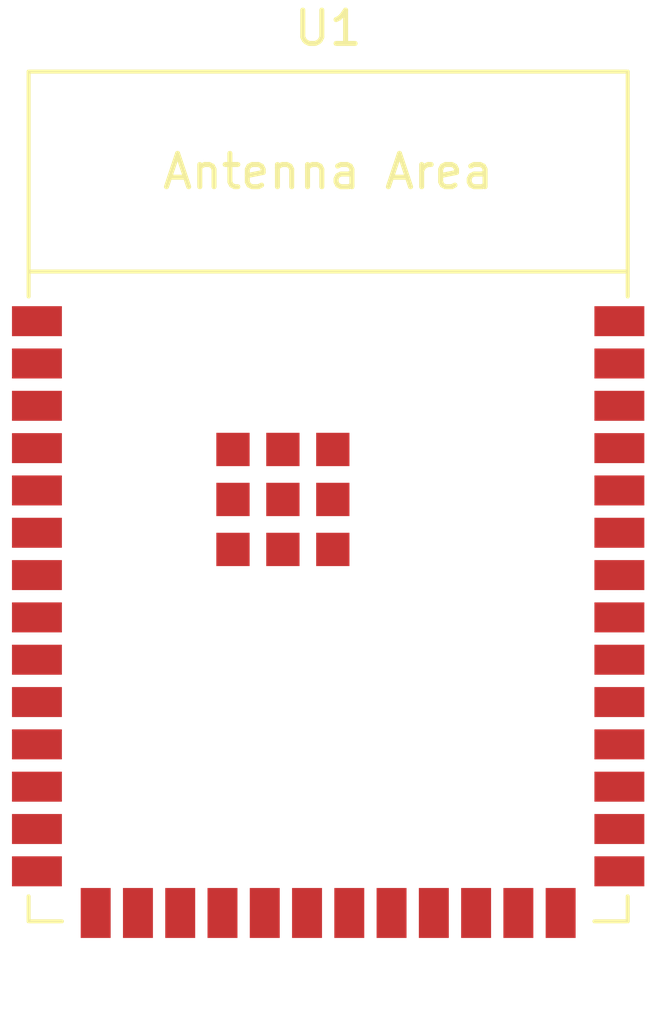
<source format=kicad_pcb>
(kicad_pcb (version 20211014) (generator pcbnew)
  (layers (0 "F.Cu" signal) (31 "B.Cu" signal) (34 "B.Paste" user) (35 "F.Paste" user) (36 "B.SilkS" user "B.Silkscreen") (37 "F.SilkS" user "F.Silkscreen") (38 "B.Mask" user) (39 "F.Mask" user) (44 "Edge.Cuts" user))
  (net 0 "")
  (net 1 "Net-(U1-Pad1)")
  (footprint "Espressif:ESP32-S3-WROOM-2" (layer "F.Cu") (at 149.6 102)
    (fp_text reference "U1" (at 0 -17.05) (layer "F.SilkS"))
    (fp_text value "ESP32-S3-WROOM-2")
    (fp_text user "Antenna Area" (at 0 -12.75) (layer "F.SilkS"))
    (fp_line (start -9 -15.75) (end 9 -15.75) (layer "F.SilkS") (width 0.12))
    (fp_line (start 9 9) (end 9 9.75) (layer "F.SilkS") (width 0.12))
    (fp_line (start 9 -9.75) (end -9 -9.75) (layer "F.SilkS") (width 0.12))
    (fp_line (start -9 -15.75) (end -9 -9) (layer "F.SilkS") (width 0.12))
    (fp_line (start 9 -15.75) (end 9 -9) (layer "F.SilkS") (width 0.12))
    (fp_line (start -9 9) (end -9 9.75) (layer "F.SilkS") (width 0.12))
    (fp_line (start -9 9.75) (end -8 9.75) (layer "F.SilkS") (width 0.12))
    (fp_line (start 9 9.75) (end 8 9.75) (layer "F.SilkS") (width 0.12))
    (pad "1" smd rect (at -8.75 -8.26) (size 1.5 0.9) (layers "F.Cu" "F.Paste" "F.Mask") (net 1 "Net-(U1-Pad1)"))
    (pad "2" smd rect (at -8.75 -6.99) (size 1.5 0.9) (layers "F.Cu" "F.Paste" "F.Mask"))
    (pad "3" smd rect (at -8.75 -5.72) (size 1.5 0.9) (layers "F.Cu" "F.Paste" "F.Mask"))
    (pad "4" smd rect (at -8.75 -4.45) (size 1.5 0.9) (layers "F.Cu" "F.Paste" "F.Mask"))
    (pad "5" smd rect (at -8.75 -3.18) (size 1.5 0.9) (layers "F.Cu" "F.Paste" "F.Mask"))
    (pad "6" smd rect (at -8.75 -1.91) (size 1.5 0.9) (layers "F.Cu" "F.Paste" "F.Mask"))
    (pad "7" smd rect (at -8.75 -0.64) (size 1.5 0.9) (layers "F.Cu" "F.Paste" "F.Mask"))
    (pad "8" smd rect (at -8.75 0.63) (size 1.5 0.9) (layers "F.Cu" "F.Paste" "F.Mask"))
    (pad "9" smd rect (at -8.75 1.9) (size 1.5 0.9) (layers "F.Cu" "F.Paste" "F.Mask"))
    (pad "10" smd rect (at -8.75 3.17) (size 1.5 0.9) (layers "F.Cu" "F.Paste" "F.Mask"))
    (pad "11" smd rect (at -8.75 4.44) (size 1.5 0.9) (layers "F.Cu" "F.Paste" "F.Mask"))
    (pad "12" smd rect (at -8.75 5.71) (size 1.5 0.9) (layers "F.Cu" "F.Paste" "F.Mask"))
    (pad "13" smd rect (at -8.75 6.98) (size 1.5 0.9) (layers "F.Cu" "F.Paste" "F.Mask"))
    (pad "14" smd rect (at -8.75 8.25) (size 1.5 0.9) (layers "F.Cu" "F.Paste" "F.Mask"))
    (pad "15" smd rect (at -6.985 9.5 90) (size 1.5 0.9) (layers "F.Cu" "F.Paste" "F.Mask"))
    (pad "16" smd rect (at -5.715 9.5 90) (size 1.5 0.9) (layers "F.Cu" "F.Paste" "F.Mask"))
    (pad "17" smd rect (at -4.445 9.5 90) (size 1.5 0.9) (layers "F.Cu" "F.Paste" "F.Mask"))
    (pad "18" smd rect (at -3.175 9.5 90) (size 1.5 0.9) (layers "F.Cu" "F.Paste" "F.Mask"))
    (pad "19" smd rect (at -1.905 9.5 90) (size 1.5 0.9) (layers "F.Cu" "F.Paste" "F.Mask"))
    (pad "20" smd rect (at -0.635 9.5 90) (size 1.5 0.9) (layers "F.Cu" "F.Paste" "F.Mask"))
    (pad "21" smd rect (at 0.635 9.5 90) (size 1.5 0.9) (layers "F.Cu" "F.Paste" "F.Mask"))
    (pad "22" smd rect (at 1.905 9.5 90) (size 1.5 0.9) (layers "F.Cu" "F.Paste" "F.Mask"))
    (pad "23" smd rect (at 3.175 9.5 90) (size 1.5 0.9) (layers "F.Cu" "F.Paste" "F.Mask"))
    (pad "24" smd rect (at 4.445 9.5 90) (size 1.5 0.9) (layers "F.Cu" "F.Paste" "F.Mask"))
    (pad "25" smd rect (at 5.715 9.5 90) (size 1.5 0.9) (layers "F.Cu" "F.Paste" "F.Mask"))
    (pad "26" smd rect (at 6.985 9.5 90) (size 1.5 0.9) (layers "F.Cu" "F.Paste" "F.Mask"))
    (pad "27" smd rect (at 8.75 8.25 180) (size 1.5 0.9) (layers "F.Cu" "F.Paste" "F.Mask"))
    (pad "28" smd rect (at 8.75 6.98 180) (size 1.5 0.9) (layers "F.Cu" "F.Paste" "F.Mask"))
    (pad "29" smd rect (at 8.75 5.71 180) (size 1.5 0.9) (layers "F.Cu" "F.Paste" "F.Mask"))
    (pad "30" smd rect (at 8.75 4.44 180) (size 1.5 0.9) (layers "F.Cu" "F.Paste" "F.Mask"))
    (pad "31" smd rect (at 8.75 3.17 180) (size 1.5 0.9) (layers "F.Cu" "F.Paste" "F.Mask"))
    (pad "32" smd rect (at 8.75 1.9 180) (size 1.5 0.9) (layers "F.Cu" "F.Paste" "F.Mask"))
    (pad "33" smd rect (at 8.75 0.63 180) (size 1.5 0.9) (layers "F.Cu" "F.Paste" "F.Mask"))
    (pad "34" smd rect (at 8.75 -0.64 180) (size 1.5 0.9) (layers "F.Cu" "F.Paste" "F.Mask"))
    (pad "35" smd rect (at 8.75 -1.91 180) (size 1.5 0.9) (layers "F.Cu" "F.Paste" "F.Mask"))
    (pad "36" smd rect (at 8.75 -3.18 180) (size 1.5 0.9) (layers "F.Cu" "F.Paste" "F.Mask"))
    (pad "37" smd rect (at 8.75 -4.45 180) (size 1.5 0.9) (layers "F.Cu" "F.Paste" "F.Mask"))
    (pad "38" smd rect (at 8.75 -5.72 180) (size 1.5 0.9) (layers "F.Cu" "F.Paste" "F.Mask"))
    (pad "39" smd rect (at 8.75 -6.99 180) (size 1.5 0.9) (layers "F.Cu" "F.Paste" "F.Mask"))
    (pad "40" smd rect (at 8.75 -8.26 180) (size 1.5 0.9) (layers "F.Cu" "F.Paste" "F.Mask") (net 1 "Net-(U1-Pad1)"))
    (pad "41" smd rect (at -1.36 -1.41 180) (size 1 1) (layers "F.Cu" "F.Paste" "F.Mask") (net 1 "Net-(U1-Pad1)"))
    (pad "41" smd rect (at -1.36 -2.91 180) (size 1 1) (layers "F.Cu" "F.Paste" "F.Mask") (net 1 "Net-(U1-Pad1)"))
    (pad "41" smd rect (at -2.86 -2.91 180) (size 1 1) (layers "F.Cu" "F.Paste" "F.Mask") (net 1 "Net-(U1-Pad1)"))
    (pad "41" smd rect (at -2.86 -1.41 180) (size 1 1) (layers "F.Cu" "F.Paste" "F.Mask") (net 1 "Net-(U1-Pad1)"))
    (pad "41" smd rect (at 0.14 -1.41 180) (size 1 1) (layers "F.Cu" "F.Paste" "F.Mask") (net 1 "Net-(U1-Pad1)"))
    (pad "41" smd rect (at 0.14 -4.41 180) (size 1 1) (layers "F.Cu" "F.Paste" "F.Mask") (net 1 "Net-(U1-Pad1)"))
    (pad "41" smd rect (at 0.14 -2.91 180) (size 1 1) (layers "F.Cu" "F.Paste" "F.Mask") (net 1 "Net-(U1-Pad1)"))
    (pad "41" smd rect (at -1.36 -4.41 180) (size 1 1) (layers "F.Cu" "F.Paste" "F.Mask") (net 1 "Net-(U1-Pad1)"))
    (pad "41" smd rect (at -2.86 -4.41 180) (size 1 1) (layers "F.Cu" "F.Paste" "F.Mask") (net 1 "Net-(U1-Pad1)"))
  )
)
</source>
